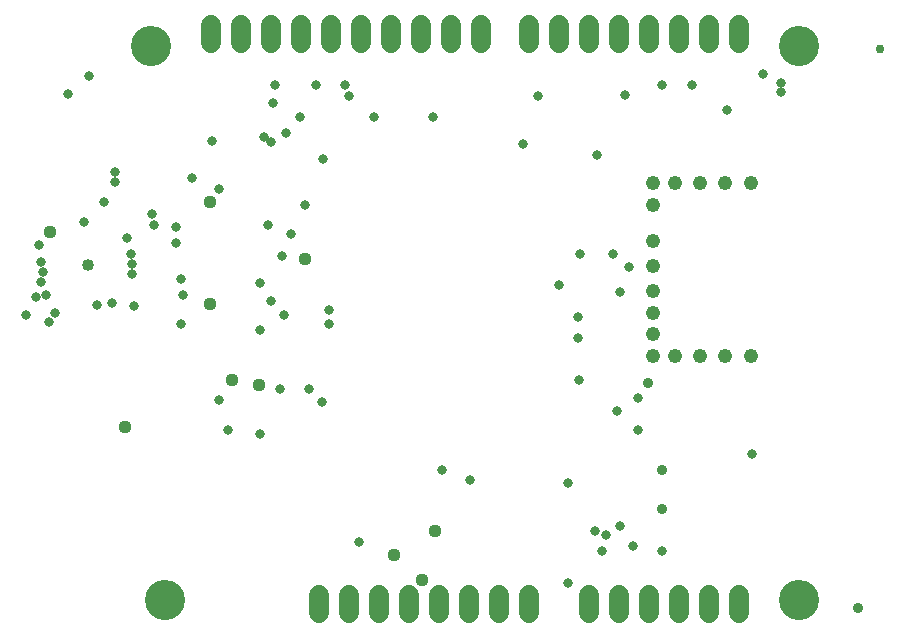
<source format=gbs>
G75*
%MOIN*%
%OFA0B0*%
%FSLAX25Y25*%
%IPPOS*%
%LPD*%
%AMOC8*
5,1,8,0,0,1.08239X$1,22.5*
%
%ADD10C,0.06737*%
%ADD11C,0.13398*%
%ADD12C,0.03200*%
%ADD13C,0.04000*%
%ADD14C,0.04400*%
%ADD15C,0.03000*%
%ADD16C,0.04762*%
%ADD17C,0.03600*%
D10*
X0137048Y0023231D02*
X0137048Y0029169D01*
X0147048Y0029169D02*
X0147048Y0023231D01*
X0157048Y0023231D02*
X0157048Y0029169D01*
X0167048Y0029169D02*
X0167048Y0023231D01*
X0177048Y0023231D02*
X0177048Y0029169D01*
X0187048Y0029169D02*
X0187048Y0023231D01*
X0197048Y0023231D02*
X0197048Y0029169D01*
X0207048Y0029169D02*
X0207048Y0023231D01*
X0227048Y0023231D02*
X0227048Y0029169D01*
X0237048Y0029169D02*
X0237048Y0023231D01*
X0247048Y0023231D02*
X0247048Y0029169D01*
X0257048Y0029169D02*
X0257048Y0023231D01*
X0267048Y0023231D02*
X0267048Y0029169D01*
X0277048Y0029169D02*
X0277048Y0023231D01*
X0277048Y0213231D02*
X0277048Y0219169D01*
X0267048Y0219169D02*
X0267048Y0213231D01*
X0257048Y0213231D02*
X0257048Y0219169D01*
X0247048Y0219169D02*
X0247048Y0213231D01*
X0237048Y0213231D02*
X0237048Y0219169D01*
X0227048Y0219169D02*
X0227048Y0213231D01*
X0217048Y0213231D02*
X0217048Y0219169D01*
X0207048Y0219169D02*
X0207048Y0213231D01*
X0191048Y0213231D02*
X0191048Y0219169D01*
X0181048Y0219169D02*
X0181048Y0213231D01*
X0171048Y0213231D02*
X0171048Y0219169D01*
X0161048Y0219169D02*
X0161048Y0213231D01*
X0151048Y0213231D02*
X0151048Y0219169D01*
X0141048Y0219169D02*
X0141048Y0213231D01*
X0131048Y0213231D02*
X0131048Y0219169D01*
X0121048Y0219169D02*
X0121048Y0213231D01*
X0111048Y0213231D02*
X0111048Y0219169D01*
X0101048Y0219169D02*
X0101048Y0213231D01*
D11*
X0085898Y0027300D03*
X0297348Y0027300D03*
X0297348Y0212100D03*
X0081098Y0212100D03*
D12*
X0060648Y0202200D03*
X0053448Y0196200D03*
X0069071Y0170181D03*
X0069048Y0166800D03*
X0065448Y0160200D03*
X0058848Y0153600D03*
X0073248Y0148200D03*
X0074448Y0142800D03*
X0074982Y0139355D03*
X0074808Y0136200D03*
X0068356Y0126322D03*
X0063249Y0125843D03*
X0075648Y0125400D03*
X0091848Y0129000D03*
X0091248Y0134400D03*
X0089448Y0146400D03*
X0089448Y0151800D03*
X0082248Y0152400D03*
X0081648Y0156000D03*
X0094848Y0168000D03*
X0103848Y0164400D03*
X0120048Y0152400D03*
X0127848Y0149400D03*
X0124848Y0142200D03*
X0117648Y0133200D03*
X0121248Y0127200D03*
X0125448Y0122400D03*
X0117648Y0117600D03*
X0140448Y0119400D03*
X0140448Y0124200D03*
X0133848Y0097800D03*
X0138048Y0093600D03*
X0124248Y0097800D03*
X0103848Y0094200D03*
X0106848Y0084000D03*
X0117648Y0082800D03*
X0150648Y0046800D03*
X0178248Y0070800D03*
X0187491Y0067453D03*
X0220248Y0066600D03*
X0229248Y0050400D03*
X0232848Y0049200D03*
X0237648Y0052200D03*
X0241848Y0045600D03*
X0231648Y0043800D03*
X0220248Y0033000D03*
X0251448Y0043800D03*
X0281673Y0076275D03*
X0243648Y0084000D03*
X0236448Y0090600D03*
X0243648Y0094800D03*
X0223848Y0100800D03*
X0223648Y0114800D03*
X0223448Y0121800D03*
X0217248Y0132600D03*
X0224161Y0142804D03*
X0235248Y0142800D03*
X0240648Y0138600D03*
X0237648Y0130200D03*
X0229969Y0175857D03*
X0205248Y0179400D03*
X0210048Y0195600D03*
X0239242Y0195691D03*
X0251448Y0199200D03*
X0261648Y0199200D03*
X0273048Y0190800D03*
X0285048Y0202800D03*
X0291048Y0199800D03*
X0291048Y0196800D03*
X0175248Y0188400D03*
X0155448Y0188400D03*
X0147040Y0195341D03*
X0145848Y0199200D03*
X0136248Y0199200D03*
X0130848Y0188400D03*
X0126048Y0183000D03*
X0121248Y0180000D03*
X0118848Y0181800D03*
X0101448Y0180600D03*
X0121848Y0193200D03*
X0122448Y0199200D03*
X0138648Y0174600D03*
X0132648Y0159000D03*
X0091248Y0119400D03*
X0049276Y0123006D03*
X0047238Y0120259D03*
X0039648Y0122400D03*
X0042771Y0128569D03*
X0046230Y0129203D03*
X0044555Y0133523D03*
X0045071Y0136731D03*
X0044448Y0139995D03*
X0043848Y0145800D03*
D13*
X0060048Y0139100D03*
D14*
X0047448Y0150000D03*
X0100848Y0160200D03*
X0132648Y0141000D03*
X0100848Y0126000D03*
X0108048Y0100800D03*
X0117048Y0099000D03*
X0072648Y0085200D03*
X0162259Y0042600D03*
X0171648Y0034200D03*
X0175848Y0050400D03*
D15*
X0324048Y0211200D03*
D16*
X0281048Y0166400D03*
X0272648Y0166400D03*
X0264248Y0166400D03*
X0255848Y0166400D03*
X0248648Y0166400D03*
X0248648Y0159200D03*
X0248648Y0147200D03*
X0248648Y0138800D03*
X0248648Y0130400D03*
X0248648Y0123200D03*
X0248648Y0116000D03*
X0248648Y0108800D03*
X0255848Y0108800D03*
X0264248Y0108800D03*
X0272648Y0108800D03*
X0281048Y0108800D03*
D17*
X0246798Y0099750D03*
X0251523Y0070875D03*
X0251373Y0057675D03*
X0316981Y0024881D03*
M02*

</source>
